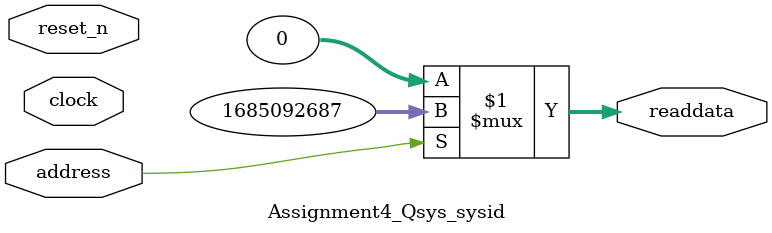
<source format=v>

`timescale 1ns / 1ps
// synthesis translate_on

// turn off superfluous verilog processor warnings 
// altera message_level Level1 
// altera message_off 10034 10035 10036 10037 10230 10240 10030 

module Assignment4_Qsys_sysid (
               // inputs:
                address,
                clock,
                reset_n,

               // outputs:
                readdata
             )
;

  output  [ 31: 0] readdata;
  input            address;
  input            clock;
  input            reset_n;

  wire    [ 31: 0] readdata;
  //control_slave, which is an e_avalon_slave
  assign readdata = address ? 1685092687 : 0;

endmodule




</source>
